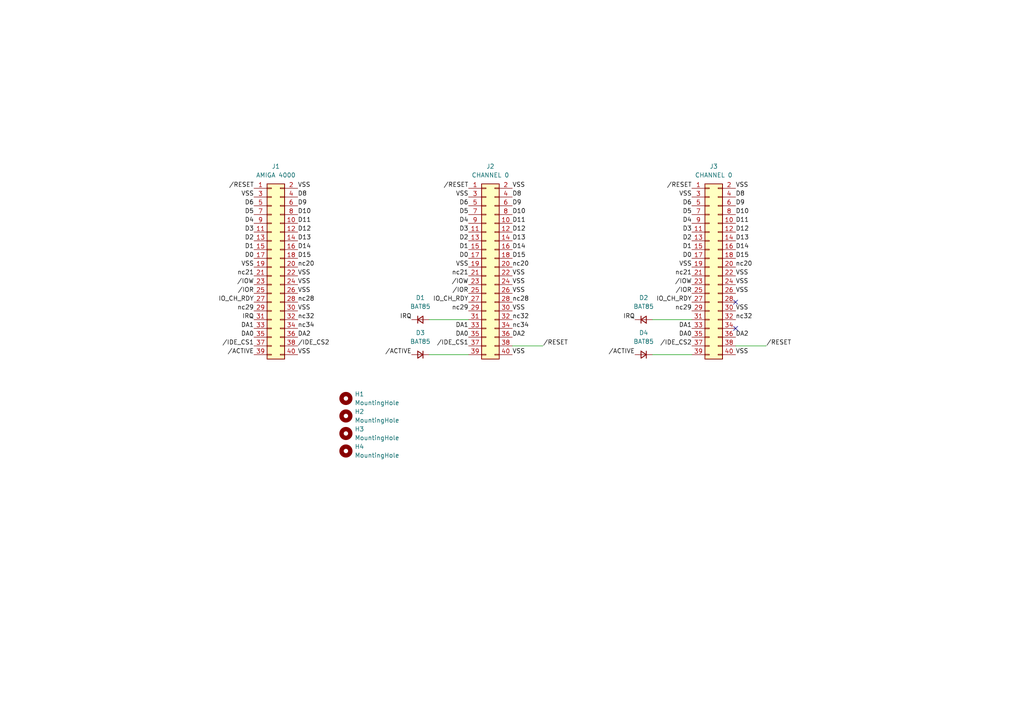
<source format=kicad_sch>
(kicad_sch
	(version 20231120)
	(generator "eeschema")
	(generator_version "8.0")
	(uuid "7006c5f8-b634-4c21-91dd-fe56d5023dc6")
	(paper "A4")
	(lib_symbols
		(symbol "Connector_Generic:Conn_02x20_Odd_Even"
			(pin_names
				(offset 1.016) hide)
			(exclude_from_sim no)
			(in_bom yes)
			(on_board yes)
			(property "Reference" "J"
				(at 1.27 25.4 0)
				(effects
					(font
						(size 1.27 1.27)
					)
				)
			)
			(property "Value" "Conn_02x20_Odd_Even"
				(at 1.27 -27.94 0)
				(effects
					(font
						(size 1.27 1.27)
					)
				)
			)
			(property "Footprint" ""
				(at 0 0 0)
				(effects
					(font
						(size 1.27 1.27)
					)
					(hide yes)
				)
			)
			(property "Datasheet" "~"
				(at 0 0 0)
				(effects
					(font
						(size 1.27 1.27)
					)
					(hide yes)
				)
			)
			(property "Description" "Generic connector, double row, 02x20, odd/even pin numbering scheme (row 1 odd numbers, row 2 even numbers), script generated (kicad-library-utils/schlib/autogen/connector/)"
				(at 0 0 0)
				(effects
					(font
						(size 1.27 1.27)
					)
					(hide yes)
				)
			)
			(property "ki_keywords" "connector"
				(at 0 0 0)
				(effects
					(font
						(size 1.27 1.27)
					)
					(hide yes)
				)
			)
			(property "ki_fp_filters" "Connector*:*_2x??_*"
				(at 0 0 0)
				(effects
					(font
						(size 1.27 1.27)
					)
					(hide yes)
				)
			)
			(symbol "Conn_02x20_Odd_Even_1_1"
				(rectangle
					(start -1.27 -25.273)
					(end 0 -25.527)
					(stroke
						(width 0.1524)
						(type default)
					)
					(fill
						(type none)
					)
				)
				(rectangle
					(start -1.27 -22.733)
					(end 0 -22.987)
					(stroke
						(width 0.1524)
						(type default)
					)
					(fill
						(type none)
					)
				)
				(rectangle
					(start -1.27 -20.193)
					(end 0 -20.447)
					(stroke
						(width 0.1524)
						(type default)
					)
					(fill
						(type none)
					)
				)
				(rectangle
					(start -1.27 -17.653)
					(end 0 -17.907)
					(stroke
						(width 0.1524)
						(type default)
					)
					(fill
						(type none)
					)
				)
				(rectangle
					(start -1.27 -15.113)
					(end 0 -15.367)
					(stroke
						(width 0.1524)
						(type default)
					)
					(fill
						(type none)
					)
				)
				(rectangle
					(start -1.27 -12.573)
					(end 0 -12.827)
					(stroke
						(width 0.1524)
						(type default)
					)
					(fill
						(type none)
					)
				)
				(rectangle
					(start -1.27 -10.033)
					(end 0 -10.287)
					(stroke
						(width 0.1524)
						(type default)
					)
					(fill
						(type none)
					)
				)
				(rectangle
					(start -1.27 -7.493)
					(end 0 -7.747)
					(stroke
						(width 0.1524)
						(type default)
					)
					(fill
						(type none)
					)
				)
				(rectangle
					(start -1.27 -4.953)
					(end 0 -5.207)
					(stroke
						(width 0.1524)
						(type default)
					)
					(fill
						(type none)
					)
				)
				(rectangle
					(start -1.27 -2.413)
					(end 0 -2.667)
					(stroke
						(width 0.1524)
						(type default)
					)
					(fill
						(type none)
					)
				)
				(rectangle
					(start -1.27 0.127)
					(end 0 -0.127)
					(stroke
						(width 0.1524)
						(type default)
					)
					(fill
						(type none)
					)
				)
				(rectangle
					(start -1.27 2.667)
					(end 0 2.413)
					(stroke
						(width 0.1524)
						(type default)
					)
					(fill
						(type none)
					)
				)
				(rectangle
					(start -1.27 5.207)
					(end 0 4.953)
					(stroke
						(width 0.1524)
						(type default)
					)
					(fill
						(type none)
					)
				)
				(rectangle
					(start -1.27 7.747)
					(end 0 7.493)
					(stroke
						(width 0.1524)
						(type default)
					)
					(fill
						(type none)
					)
				)
				(rectangle
					(start -1.27 10.287)
					(end 0 10.033)
					(stroke
						(width 0.1524)
						(type default)
					)
					(fill
						(type none)
					)
				)
				(rectangle
					(start -1.27 12.827)
					(end 0 12.573)
					(stroke
						(width 0.1524)
						(type default)
					)
					(fill
						(type none)
					)
				)
				(rectangle
					(start -1.27 15.367)
					(end 0 15.113)
					(stroke
						(width 0.1524)
						(type default)
					)
					(fill
						(type none)
					)
				)
				(rectangle
					(start -1.27 17.907)
					(end 0 17.653)
					(stroke
						(width 0.1524)
						(type default)
					)
					(fill
						(type none)
					)
				)
				(rectangle
					(start -1.27 20.447)
					(end 0 20.193)
					(stroke
						(width 0.1524)
						(type default)
					)
					(fill
						(type none)
					)
				)
				(rectangle
					(start -1.27 22.987)
					(end 0 22.733)
					(stroke
						(width 0.1524)
						(type default)
					)
					(fill
						(type none)
					)
				)
				(rectangle
					(start -1.27 24.13)
					(end 3.81 -26.67)
					(stroke
						(width 0.254)
						(type default)
					)
					(fill
						(type background)
					)
				)
				(rectangle
					(start 3.81 -25.273)
					(end 2.54 -25.527)
					(stroke
						(width 0.1524)
						(type default)
					)
					(fill
						(type none)
					)
				)
				(rectangle
					(start 3.81 -22.733)
					(end 2.54 -22.987)
					(stroke
						(width 0.1524)
						(type default)
					)
					(fill
						(type none)
					)
				)
				(rectangle
					(start 3.81 -20.193)
					(end 2.54 -20.447)
					(stroke
						(width 0.1524)
						(type default)
					)
					(fill
						(type none)
					)
				)
				(rectangle
					(start 3.81 -17.653)
					(end 2.54 -17.907)
					(stroke
						(width 0.1524)
						(type default)
					)
					(fill
						(type none)
					)
				)
				(rectangle
					(start 3.81 -15.113)
					(end 2.54 -15.367)
					(stroke
						(width 0.1524)
						(type default)
					)
					(fill
						(type none)
					)
				)
				(rectangle
					(start 3.81 -12.573)
					(end 2.54 -12.827)
					(stroke
						(width 0.1524)
						(type default)
					)
					(fill
						(type none)
					)
				)
				(rectangle
					(start 3.81 -10.033)
					(end 2.54 -10.287)
					(stroke
						(width 0.1524)
						(type default)
					)
					(fill
						(type none)
					)
				)
				(rectangle
					(start 3.81 -7.493)
					(end 2.54 -7.747)
					(stroke
						(width 0.1524)
						(type default)
					)
					(fill
						(type none)
					)
				)
				(rectangle
					(start 3.81 -4.953)
					(end 2.54 -5.207)
					(stroke
						(width 0.1524)
						(type default)
					)
					(fill
						(type none)
					)
				)
				(rectangle
					(start 3.81 -2.413)
					(end 2.54 -2.667)
					(stroke
						(width 0.1524)
						(type default)
					)
					(fill
						(type none)
					)
				)
				(rectangle
					(start 3.81 0.127)
					(end 2.54 -0.127)
					(stroke
						(width 0.1524)
						(type default)
					)
					(fill
						(type none)
					)
				)
				(rectangle
					(start 3.81 2.667)
					(end 2.54 2.413)
					(stroke
						(width 0.1524)
						(type default)
					)
					(fill
						(type none)
					)
				)
				(rectangle
					(start 3.81 5.207)
					(end 2.54 4.953)
					(stroke
						(width 0.1524)
						(type default)
					)
					(fill
						(type none)
					)
				)
				(rectangle
					(start 3.81 7.747)
					(end 2.54 7.493)
					(stroke
						(width 0.1524)
						(type default)
					)
					(fill
						(type none)
					)
				)
				(rectangle
					(start 3.81 10.287)
					(end 2.54 10.033)
					(stroke
						(width 0.1524)
						(type default)
					)
					(fill
						(type none)
					)
				)
				(rectangle
					(start 3.81 12.827)
					(end 2.54 12.573)
					(stroke
						(width 0.1524)
						(type default)
					)
					(fill
						(type none)
					)
				)
				(rectangle
					(start 3.81 15.367)
					(end 2.54 15.113)
					(stroke
						(width 0.1524)
						(type default)
					)
					(fill
						(type none)
					)
				)
				(rectangle
					(start 3.81 17.907)
					(end 2.54 17.653)
					(stroke
						(width 0.1524)
						(type default)
					)
					(fill
						(type none)
					)
				)
				(rectangle
					(start 3.81 20.447)
					(end 2.54 20.193)
					(stroke
						(width 0.1524)
						(type default)
					)
					(fill
						(type none)
					)
				)
				(rectangle
					(start 3.81 22.987)
					(end 2.54 22.733)
					(stroke
						(width 0.1524)
						(type default)
					)
					(fill
						(type none)
					)
				)
				(pin passive line
					(at -5.08 22.86 0)
					(length 3.81)
					(name "Pin_1"
						(effects
							(font
								(size 1.27 1.27)
							)
						)
					)
					(number "1"
						(effects
							(font
								(size 1.27 1.27)
							)
						)
					)
				)
				(pin passive line
					(at 7.62 12.7 180)
					(length 3.81)
					(name "Pin_10"
						(effects
							(font
								(size 1.27 1.27)
							)
						)
					)
					(number "10"
						(effects
							(font
								(size 1.27 1.27)
							)
						)
					)
				)
				(pin passive line
					(at -5.08 10.16 0)
					(length 3.81)
					(name "Pin_11"
						(effects
							(font
								(size 1.27 1.27)
							)
						)
					)
					(number "11"
						(effects
							(font
								(size 1.27 1.27)
							)
						)
					)
				)
				(pin passive line
					(at 7.62 10.16 180)
					(length 3.81)
					(name "Pin_12"
						(effects
							(font
								(size 1.27 1.27)
							)
						)
					)
					(number "12"
						(effects
							(font
								(size 1.27 1.27)
							)
						)
					)
				)
				(pin passive line
					(at -5.08 7.62 0)
					(length 3.81)
					(name "Pin_13"
						(effects
							(font
								(size 1.27 1.27)
							)
						)
					)
					(number "13"
						(effects
							(font
								(size 1.27 1.27)
							)
						)
					)
				)
				(pin passive line
					(at 7.62 7.62 180)
					(length 3.81)
					(name "Pin_14"
						(effects
							(font
								(size 1.27 1.27)
							)
						)
					)
					(number "14"
						(effects
							(font
								(size 1.27 1.27)
							)
						)
					)
				)
				(pin passive line
					(at -5.08 5.08 0)
					(length 3.81)
					(name "Pin_15"
						(effects
							(font
								(size 1.27 1.27)
							)
						)
					)
					(number "15"
						(effects
							(font
								(size 1.27 1.27)
							)
						)
					)
				)
				(pin passive line
					(at 7.62 5.08 180)
					(length 3.81)
					(name "Pin_16"
						(effects
							(font
								(size 1.27 1.27)
							)
						)
					)
					(number "16"
						(effects
							(font
								(size 1.27 1.27)
							)
						)
					)
				)
				(pin passive line
					(at -5.08 2.54 0)
					(length 3.81)
					(name "Pin_17"
						(effects
							(font
								(size 1.27 1.27)
							)
						)
					)
					(number "17"
						(effects
							(font
								(size 1.27 1.27)
							)
						)
					)
				)
				(pin passive line
					(at 7.62 2.54 180)
					(length 3.81)
					(name "Pin_18"
						(effects
							(font
								(size 1.27 1.27)
							)
						)
					)
					(number "18"
						(effects
							(font
								(size 1.27 1.27)
							)
						)
					)
				)
				(pin passive line
					(at -5.08 0 0)
					(length 3.81)
					(name "Pin_19"
						(effects
							(font
								(size 1.27 1.27)
							)
						)
					)
					(number "19"
						(effects
							(font
								(size 1.27 1.27)
							)
						)
					)
				)
				(pin passive line
					(at 7.62 22.86 180)
					(length 3.81)
					(name "Pin_2"
						(effects
							(font
								(size 1.27 1.27)
							)
						)
					)
					(number "2"
						(effects
							(font
								(size 1.27 1.27)
							)
						)
					)
				)
				(pin passive line
					(at 7.62 0 180)
					(length 3.81)
					(name "Pin_20"
						(effects
							(font
								(size 1.27 1.27)
							)
						)
					)
					(number "20"
						(effects
							(font
								(size 1.27 1.27)
							)
						)
					)
				)
				(pin passive line
					(at -5.08 -2.54 0)
					(length 3.81)
					(name "Pin_21"
						(effects
							(font
								(size 1.27 1.27)
							)
						)
					)
					(number "21"
						(effects
							(font
								(size 1.27 1.27)
							)
						)
					)
				)
				(pin passive line
					(at 7.62 -2.54 180)
					(length 3.81)
					(name "Pin_22"
						(effects
							(font
								(size 1.27 1.27)
							)
						)
					)
					(number "22"
						(effects
							(font
								(size 1.27 1.27)
							)
						)
					)
				)
				(pin passive line
					(at -5.08 -5.08 0)
					(length 3.81)
					(name "Pin_23"
						(effects
							(font
								(size 1.27 1.27)
							)
						)
					)
					(number "23"
						(effects
							(font
								(size 1.27 1.27)
							)
						)
					)
				)
				(pin passive line
					(at 7.62 -5.08 180)
					(length 3.81)
					(name "Pin_24"
						(effects
							(font
								(size 1.27 1.27)
							)
						)
					)
					(number "24"
						(effects
							(font
								(size 1.27 1.27)
							)
						)
					)
				)
				(pin passive line
					(at -5.08 -7.62 0)
					(length 3.81)
					(name "Pin_25"
						(effects
							(font
								(size 1.27 1.27)
							)
						)
					)
					(number "25"
						(effects
							(font
								(size 1.27 1.27)
							)
						)
					)
				)
				(pin passive line
					(at 7.62 -7.62 180)
					(length 3.81)
					(name "Pin_26"
						(effects
							(font
								(size 1.27 1.27)
							)
						)
					)
					(number "26"
						(effects
							(font
								(size 1.27 1.27)
							)
						)
					)
				)
				(pin passive line
					(at -5.08 -10.16 0)
					(length 3.81)
					(name "Pin_27"
						(effects
							(font
								(size 1.27 1.27)
							)
						)
					)
					(number "27"
						(effects
							(font
								(size 1.27 1.27)
							)
						)
					)
				)
				(pin passive line
					(at 7.62 -10.16 180)
					(length 3.81)
					(name "Pin_28"
						(effects
							(font
								(size 1.27 1.27)
							)
						)
					)
					(number "28"
						(effects
							(font
								(size 1.27 1.27)
							)
						)
					)
				)
				(pin passive line
					(at -5.08 -12.7 0)
					(length 3.81)
					(name "Pin_29"
						(effects
							(font
								(size 1.27 1.27)
							)
						)
					)
					(number "29"
						(effects
							(font
								(size 1.27 1.27)
							)
						)
					)
				)
				(pin passive line
					(at -5.08 20.32 0)
					(length 3.81)
					(name "Pin_3"
						(effects
							(font
								(size 1.27 1.27)
							)
						)
					)
					(number "3"
						(effects
							(font
								(size 1.27 1.27)
							)
						)
					)
				)
				(pin passive line
					(at 7.62 -12.7 180)
					(length 3.81)
					(name "Pin_30"
						(effects
							(font
								(size 1.27 1.27)
							)
						)
					)
					(number "30"
						(effects
							(font
								(size 1.27 1.27)
							)
						)
					)
				)
				(pin passive line
					(at -5.08 -15.24 0)
					(length 3.81)
					(name "Pin_31"
						(effects
							(font
								(size 1.27 1.27)
							)
						)
					)
					(number "31"
						(effects
							(font
								(size 1.27 1.27)
							)
						)
					)
				)
				(pin passive line
					(at 7.62 -15.24 180)
					(length 3.81)
					(name "Pin_32"
						(effects
							(font
								(size 1.27 1.27)
							)
						)
					)
					(number "32"
						(effects
							(font
								(size 1.27 1.27)
							)
						)
					)
				)
				(pin passive line
					(at -5.08 -17.78 0)
					(length 3.81)
					(name "Pin_33"
						(effects
							(font
								(size 1.27 1.27)
							)
						)
					)
					(number "33"
						(effects
							(font
								(size 1.27 1.27)
							)
						)
					)
				)
				(pin passive line
					(at 7.62 -17.78 180)
					(length 3.81)
					(name "Pin_34"
						(effects
							(font
								(size 1.27 1.27)
							)
						)
					)
					(number "34"
						(effects
							(font
								(size 1.27 1.27)
							)
						)
					)
				)
				(pin passive line
					(at -5.08 -20.32 0)
					(length 3.81)
					(name "Pin_35"
						(effects
							(font
								(size 1.27 1.27)
							)
						)
					)
					(number "35"
						(effects
							(font
								(size 1.27 1.27)
							)
						)
					)
				)
				(pin passive line
					(at 7.62 -20.32 180)
					(length 3.81)
					(name "Pin_36"
						(effects
							(font
								(size 1.27 1.27)
							)
						)
					)
					(number "36"
						(effects
							(font
								(size 1.27 1.27)
							)
						)
					)
				)
				(pin passive line
					(at -5.08 -22.86 0)
					(length 3.81)
					(name "Pin_37"
						(effects
							(font
								(size 1.27 1.27)
							)
						)
					)
					(number "37"
						(effects
							(font
								(size 1.27 1.27)
							)
						)
					)
				)
				(pin passive line
					(at 7.62 -22.86 180)
					(length 3.81)
					(name "Pin_38"
						(effects
							(font
								(size 1.27 1.27)
							)
						)
					)
					(number "38"
						(effects
							(font
								(size 1.27 1.27)
							)
						)
					)
				)
				(pin passive line
					(at -5.08 -25.4 0)
					(length 3.81)
					(name "Pin_39"
						(effects
							(font
								(size 1.27 1.27)
							)
						)
					)
					(number "39"
						(effects
							(font
								(size 1.27 1.27)
							)
						)
					)
				)
				(pin passive line
					(at 7.62 20.32 180)
					(length 3.81)
					(name "Pin_4"
						(effects
							(font
								(size 1.27 1.27)
							)
						)
					)
					(number "4"
						(effects
							(font
								(size 1.27 1.27)
							)
						)
					)
				)
				(pin passive line
					(at 7.62 -25.4 180)
					(length 3.81)
					(name "Pin_40"
						(effects
							(font
								(size 1.27 1.27)
							)
						)
					)
					(number "40"
						(effects
							(font
								(size 1.27 1.27)
							)
						)
					)
				)
				(pin passive line
					(at -5.08 17.78 0)
					(length 3.81)
					(name "Pin_5"
						(effects
							(font
								(size 1.27 1.27)
							)
						)
					)
					(number "5"
						(effects
							(font
								(size 1.27 1.27)
							)
						)
					)
				)
				(pin passive line
					(at 7.62 17.78 180)
					(length 3.81)
					(name "Pin_6"
						(effects
							(font
								(size 1.27 1.27)
							)
						)
					)
					(number "6"
						(effects
							(font
								(size 1.27 1.27)
							)
						)
					)
				)
				(pin passive line
					(at -5.08 15.24 0)
					(length 3.81)
					(name "Pin_7"
						(effects
							(font
								(size 1.27 1.27)
							)
						)
					)
					(number "7"
						(effects
							(font
								(size 1.27 1.27)
							)
						)
					)
				)
				(pin passive line
					(at 7.62 15.24 180)
					(length 3.81)
					(name "Pin_8"
						(effects
							(font
								(size 1.27 1.27)
							)
						)
					)
					(number "8"
						(effects
							(font
								(size 1.27 1.27)
							)
						)
					)
				)
				(pin passive line
					(at -5.08 12.7 0)
					(length 3.81)
					(name "Pin_9"
						(effects
							(font
								(size 1.27 1.27)
							)
						)
					)
					(number "9"
						(effects
							(font
								(size 1.27 1.27)
							)
						)
					)
				)
			)
		)
		(symbol "Device:D_Small"
			(pin_numbers hide)
			(pin_names
				(offset 0.254) hide)
			(exclude_from_sim no)
			(in_bom yes)
			(on_board yes)
			(property "Reference" "D"
				(at -1.27 2.032 0)
				(effects
					(font
						(size 1.27 1.27)
					)
					(justify left)
				)
			)
			(property "Value" "D_Small"
				(at -3.81 -2.032 0)
				(effects
					(font
						(size 1.27 1.27)
					)
					(justify left)
				)
			)
			(property "Footprint" ""
				(at 0 0 90)
				(effects
					(font
						(size 1.27 1.27)
					)
					(hide yes)
				)
			)
			(property "Datasheet" "~"
				(at 0 0 90)
				(effects
					(font
						(size 1.27 1.27)
					)
					(hide yes)
				)
			)
			(property "Description" "Diode, small symbol"
				(at 0 0 0)
				(effects
					(font
						(size 1.27 1.27)
					)
					(hide yes)
				)
			)
			(property "Sim.Device" "D"
				(at 0 0 0)
				(effects
					(font
						(size 1.27 1.27)
					)
					(hide yes)
				)
			)
			(property "Sim.Pins" "1=K 2=A"
				(at 0 0 0)
				(effects
					(font
						(size 1.27 1.27)
					)
					(hide yes)
				)
			)
			(property "ki_keywords" "diode"
				(at 0 0 0)
				(effects
					(font
						(size 1.27 1.27)
					)
					(hide yes)
				)
			)
			(property "ki_fp_filters" "TO-???* *_Diode_* *SingleDiode* D_*"
				(at 0 0 0)
				(effects
					(font
						(size 1.27 1.27)
					)
					(hide yes)
				)
			)
			(symbol "D_Small_0_1"
				(polyline
					(pts
						(xy -0.762 -1.016) (xy -0.762 1.016)
					)
					(stroke
						(width 0.254)
						(type default)
					)
					(fill
						(type none)
					)
				)
				(polyline
					(pts
						(xy -0.762 0) (xy 0.762 0)
					)
					(stroke
						(width 0)
						(type default)
					)
					(fill
						(type none)
					)
				)
				(polyline
					(pts
						(xy 0.762 -1.016) (xy -0.762 0) (xy 0.762 1.016) (xy 0.762 -1.016)
					)
					(stroke
						(width 0.254)
						(type default)
					)
					(fill
						(type none)
					)
				)
			)
			(symbol "D_Small_1_1"
				(pin passive line
					(at -2.54 0 0)
					(length 1.778)
					(name "K"
						(effects
							(font
								(size 1.27 1.27)
							)
						)
					)
					(number "1"
						(effects
							(font
								(size 1.27 1.27)
							)
						)
					)
				)
				(pin passive line
					(at 2.54 0 180)
					(length 1.778)
					(name "A"
						(effects
							(font
								(size 1.27 1.27)
							)
						)
					)
					(number "2"
						(effects
							(font
								(size 1.27 1.27)
							)
						)
					)
				)
			)
		)
		(symbol "Mechanical:MountingHole"
			(pin_names
				(offset 1.016)
			)
			(exclude_from_sim yes)
			(in_bom no)
			(on_board yes)
			(property "Reference" "H"
				(at 0 5.08 0)
				(effects
					(font
						(size 1.27 1.27)
					)
				)
			)
			(property "Value" "MountingHole"
				(at 0 3.175 0)
				(effects
					(font
						(size 1.27 1.27)
					)
				)
			)
			(property "Footprint" ""
				(at 0 0 0)
				(effects
					(font
						(size 1.27 1.27)
					)
					(hide yes)
				)
			)
			(property "Datasheet" "~"
				(at 0 0 0)
				(effects
					(font
						(size 1.27 1.27)
					)
					(hide yes)
				)
			)
			(property "Description" "Mounting Hole without connection"
				(at 0 0 0)
				(effects
					(font
						(size 1.27 1.27)
					)
					(hide yes)
				)
			)
			(property "ki_keywords" "mounting hole"
				(at 0 0 0)
				(effects
					(font
						(size 1.27 1.27)
					)
					(hide yes)
				)
			)
			(property "ki_fp_filters" "MountingHole*"
				(at 0 0 0)
				(effects
					(font
						(size 1.27 1.27)
					)
					(hide yes)
				)
			)
			(symbol "MountingHole_0_1"
				(circle
					(center 0 0)
					(radius 1.27)
					(stroke
						(width 1.27)
						(type default)
					)
					(fill
						(type none)
					)
				)
			)
		)
	)
	(no_connect
		(at 213.36 95.25)
		(uuid "cca27357-7ba9-49bc-a679-9a47204054d5")
	)
	(no_connect
		(at 213.36 87.63)
		(uuid "d74f9fe0-d0c4-4362-a386-e455ba775c87")
	)
	(wire
		(pts
			(xy 124.46 92.71) (xy 135.89 92.71)
		)
		(stroke
			(width 0)
			(type default)
		)
		(uuid "5226827f-639a-4a3f-bf2d-eb881c35a900")
	)
	(wire
		(pts
			(xy 124.46 102.87) (xy 135.89 102.87)
		)
		(stroke
			(width 0)
			(type default)
		)
		(uuid "58e518dd-bc1f-4ae4-bd81-019905d53a33")
	)
	(wire
		(pts
			(xy 189.23 102.87) (xy 200.66 102.87)
		)
		(stroke
			(width 0)
			(type default)
		)
		(uuid "74024230-2831-48a5-9f24-29521a421767")
	)
	(wire
		(pts
			(xy 222.25 100.33) (xy 213.36 100.33)
		)
		(stroke
			(width 0)
			(type default)
		)
		(uuid "8070c0cf-89be-43ee-bdf3-8fe8ec7ab78f")
	)
	(wire
		(pts
			(xy 189.23 92.71) (xy 200.66 92.71)
		)
		(stroke
			(width 0)
			(type default)
		)
		(uuid "88735261-a99d-4a1a-9a84-2c231576466d")
	)
	(wire
		(pts
			(xy 148.59 100.33) (xy 157.48 100.33)
		)
		(stroke
			(width 0)
			(type default)
		)
		(uuid "e3c64dc9-86ef-49b7-8990-3cbef74b6c19")
	)
	(label "DA1"
		(at 200.66 95.25 180)
		(fields_autoplaced yes)
		(effects
			(font
				(size 1.27 1.27)
			)
			(justify right bottom)
		)
		(uuid "012fdc29-78ad-4334-9157-97957dd0f527")
	)
	(label "D11"
		(at 148.59 64.77 0)
		(fields_autoplaced yes)
		(effects
			(font
				(size 1.27 1.27)
			)
			(justify left bottom)
		)
		(uuid "042912c9-1f61-48e1-93da-21ad38948cfa")
	)
	(label "nc29"
		(at 200.66 90.17 180)
		(fields_autoplaced yes)
		(effects
			(font
				(size 1.27 1.27)
			)
			(justify right bottom)
		)
		(uuid "07a3b173-56dd-4af3-ab99-0448b0b240eb")
	)
	(label "D13"
		(at 213.36 69.85 0)
		(fields_autoplaced yes)
		(effects
			(font
				(size 1.27 1.27)
			)
			(justify left bottom)
		)
		(uuid "0a5f27d2-adff-4764-b366-2100144687a9")
	)
	(label "{slash}IOR"
		(at 135.89 85.09 180)
		(fields_autoplaced yes)
		(effects
			(font
				(size 1.27 1.27)
			)
			(justify right bottom)
		)
		(uuid "11ea8862-5cd2-4aa4-9c64-9e1b3b1bc6a5")
	)
	(label "D1"
		(at 135.89 72.39 180)
		(fields_autoplaced yes)
		(effects
			(font
				(size 1.27 1.27)
			)
			(justify right bottom)
		)
		(uuid "121e7ada-4b9f-4e41-9dc7-79768f9497b3")
	)
	(label "D3"
		(at 73.66 67.31 180)
		(fields_autoplaced yes)
		(effects
			(font
				(size 1.27 1.27)
			)
			(justify right bottom)
		)
		(uuid "15542591-4a3e-41bf-93e0-d009581225bf")
	)
	(label "nc34"
		(at 86.36 95.25 0)
		(fields_autoplaced yes)
		(effects
			(font
				(size 1.27 1.27)
			)
			(justify left bottom)
		)
		(uuid "16f66462-9182-45b0-b483-560f42a71db7")
	)
	(label "VSS"
		(at 148.59 54.61 0)
		(fields_autoplaced yes)
		(effects
			(font
				(size 1.27 1.27)
			)
			(justify left bottom)
		)
		(uuid "188dd980-0765-444b-ab07-ee9ef7b9e20d")
	)
	(label "D4"
		(at 73.66 64.77 180)
		(fields_autoplaced yes)
		(effects
			(font
				(size 1.27 1.27)
			)
			(justify right bottom)
		)
		(uuid "1a3c3877-772f-40ef-8c71-d2b5af933d16")
	)
	(label "{slash}RESET"
		(at 73.66 54.61 180)
		(fields_autoplaced yes)
		(effects
			(font
				(size 1.27 1.27)
			)
			(justify right bottom)
		)
		(uuid "20cb2030-5242-4add-b523-5f3c7c50750d")
	)
	(label "IRQ"
		(at 73.66 92.71 180)
		(fields_autoplaced yes)
		(effects
			(font
				(size 1.27 1.27)
			)
			(justify right bottom)
		)
		(uuid "23e00ac1-cd00-453d-a3bc-624ab26ec289")
	)
	(label "{slash}ACTIVE"
		(at 73.66 102.87 180)
		(fields_autoplaced yes)
		(effects
			(font
				(size 1.27 1.27)
			)
			(justify right bottom)
		)
		(uuid "246da912-a326-445e-9dca-6c9687104a1a")
	)
	(label "DA2"
		(at 213.36 97.79 0)
		(fields_autoplaced yes)
		(effects
			(font
				(size 1.27 1.27)
			)
			(justify left bottom)
		)
		(uuid "24836df1-fd09-4625-b247-be738aa41e89")
	)
	(label "DA1"
		(at 73.66 95.25 180)
		(fields_autoplaced yes)
		(effects
			(font
				(size 1.27 1.27)
			)
			(justify right bottom)
		)
		(uuid "26f5b98f-8178-4286-a1be-f012f4003479")
	)
	(label "VSS"
		(at 148.59 102.87 0)
		(fields_autoplaced yes)
		(effects
			(font
				(size 1.27 1.27)
			)
			(justify left bottom)
		)
		(uuid "27c8fad4-5327-44db-82f9-c1c188651d48")
	)
	(label "{slash}IDE_CS2"
		(at 200.66 100.33 180)
		(fields_autoplaced yes)
		(effects
			(font
				(size 1.27 1.27)
			)
			(justify right bottom)
		)
		(uuid "27da66a4-3386-4e01-a6e1-9638dfa05328")
	)
	(label "IO_CH_RDY"
		(at 200.66 87.63 180)
		(fields_autoplaced yes)
		(effects
			(font
				(size 1.27 1.27)
			)
			(justify right bottom)
		)
		(uuid "2cb3f374-709b-4f55-bf84-626b032a75bf")
	)
	(label "D0"
		(at 73.66 74.93 180)
		(fields_autoplaced yes)
		(effects
			(font
				(size 1.27 1.27)
			)
			(justify right bottom)
		)
		(uuid "2e695e58-5c2e-4203-92e6-c3d52c90a66e")
	)
	(label "D0"
		(at 135.89 74.93 180)
		(fields_autoplaced yes)
		(effects
			(font
				(size 1.27 1.27)
			)
			(justify right bottom)
		)
		(uuid "2f3446c3-c607-4231-9665-f076e31acbb2")
	)
	(label "VSS"
		(at 73.66 57.15 180)
		(fields_autoplaced yes)
		(effects
			(font
				(size 1.27 1.27)
			)
			(justify right bottom)
		)
		(uuid "2fdb4f2e-da1a-4c33-afd2-b56020e2cf84")
	)
	(label "D11"
		(at 213.36 64.77 0)
		(fields_autoplaced yes)
		(effects
			(font
				(size 1.27 1.27)
			)
			(justify left bottom)
		)
		(uuid "328d5988-558c-4ebb-b452-3c27420e7e81")
	)
	(label "{slash}IOR"
		(at 200.66 85.09 180)
		(fields_autoplaced yes)
		(effects
			(font
				(size 1.27 1.27)
			)
			(justify right bottom)
		)
		(uuid "347481f8-e515-4cfa-8185-62df9cc4c8b3")
	)
	(label "nc29"
		(at 135.89 90.17 180)
		(fields_autoplaced yes)
		(effects
			(font
				(size 1.27 1.27)
			)
			(justify right bottom)
		)
		(uuid "35536c2d-864f-47ba-91c9-e9dabddc29b6")
	)
	(label "nc21"
		(at 200.66 80.01 180)
		(fields_autoplaced yes)
		(effects
			(font
				(size 1.27 1.27)
			)
			(justify right bottom)
		)
		(uuid "3676a585-94f6-4fd0-9b50-15619adc3d3f")
	)
	(label "D12"
		(at 148.59 67.31 0)
		(fields_autoplaced yes)
		(effects
			(font
				(size 1.27 1.27)
			)
			(justify left bottom)
		)
		(uuid "39514202-24cd-4fde-ba80-716c503a36a2")
	)
	(label "D14"
		(at 148.59 72.39 0)
		(fields_autoplaced yes)
		(effects
			(font
				(size 1.27 1.27)
			)
			(justify left bottom)
		)
		(uuid "3a8537d6-4855-4b64-955a-4a728a32023e")
	)
	(label "{slash}RESET"
		(at 157.48 100.33 0)
		(fields_autoplaced yes)
		(effects
			(font
				(size 1.27 1.27)
			)
			(justify left bottom)
		)
		(uuid "3c7038dc-e57d-4e18-8b76-65f9318b29ae")
	)
	(label "D13"
		(at 148.59 69.85 0)
		(fields_autoplaced yes)
		(effects
			(font
				(size 1.27 1.27)
			)
			(justify left bottom)
		)
		(uuid "3d9190d2-81ca-4be4-983f-49e3c2e3edb3")
	)
	(label "IO_CH_RDY"
		(at 73.66 87.63 180)
		(fields_autoplaced yes)
		(effects
			(font
				(size 1.27 1.27)
			)
			(justify right bottom)
		)
		(uuid "42972b16-c362-4229-ba30-460b6dc007bf")
	)
	(label "VSS"
		(at 86.36 80.01 0)
		(fields_autoplaced yes)
		(effects
			(font
				(size 1.27 1.27)
			)
			(justify left bottom)
		)
		(uuid "43b05805-1d07-40df-ad71-825b02c9a931")
	)
	(label "D5"
		(at 135.89 62.23 180)
		(fields_autoplaced yes)
		(effects
			(font
				(size 1.27 1.27)
			)
			(justify right bottom)
		)
		(uuid "45833c85-bc94-4a65-828f-e55e7d536f50")
	)
	(label "D12"
		(at 86.36 67.31 0)
		(fields_autoplaced yes)
		(effects
			(font
				(size 1.27 1.27)
			)
			(justify left bottom)
		)
		(uuid "462c19f7-2a73-4d96-a097-9b1deff6be95")
	)
	(label "VSS"
		(at 86.36 82.55 0)
		(fields_autoplaced yes)
		(effects
			(font
				(size 1.27 1.27)
			)
			(justify left bottom)
		)
		(uuid "46a92213-e580-4123-bfcd-59eba078af04")
	)
	(label "{slash}IOW"
		(at 73.66 82.55 180)
		(fields_autoplaced yes)
		(effects
			(font
				(size 1.27 1.27)
			)
			(justify right bottom)
		)
		(uuid "47e94d5a-c69b-4291-a107-2de0f79b3543")
	)
	(label "D14"
		(at 86.36 72.39 0)
		(fields_autoplaced yes)
		(effects
			(font
				(size 1.27 1.27)
			)
			(justify left bottom)
		)
		(uuid "4917642f-819c-46f3-bed1-d1e3ef6c35fb")
	)
	(label "VSS"
		(at 148.59 90.17 0)
		(fields_autoplaced yes)
		(effects
			(font
				(size 1.27 1.27)
			)
			(justify left bottom)
		)
		(uuid "4ac98770-b5d9-4ade-9eab-fefb22ac21bc")
	)
	(label "D2"
		(at 200.66 69.85 180)
		(fields_autoplaced yes)
		(effects
			(font
				(size 1.27 1.27)
			)
			(justify right bottom)
		)
		(uuid "4c8b7dd4-3fec-4cd0-995c-4d6bbedcbde0")
	)
	(label "VSS"
		(at 200.66 77.47 180)
		(fields_autoplaced yes)
		(effects
			(font
				(size 1.27 1.27)
			)
			(justify right bottom)
		)
		(uuid "4e0562fb-7ca8-472e-a891-c77e56fe7dfc")
	)
	(label "D0"
		(at 200.66 74.93 180)
		(fields_autoplaced yes)
		(effects
			(font
				(size 1.27 1.27)
			)
			(justify right bottom)
		)
		(uuid "529054cf-27b2-4294-9621-8b8cb6fbf0b8")
	)
	(label "nc32"
		(at 148.59 92.71 0)
		(fields_autoplaced yes)
		(effects
			(font
				(size 1.27 1.27)
			)
			(justify left bottom)
		)
		(uuid "52e3e051-1a87-4708-a45a-5bc86d800dbe")
	)
	(label "{slash}RESET"
		(at 135.89 54.61 180)
		(fields_autoplaced yes)
		(effects
			(font
				(size 1.27 1.27)
			)
			(justify right bottom)
		)
		(uuid "5378116e-d01c-459a-89a5-b2253083ec00")
	)
	(label "DA0"
		(at 135.89 97.79 180)
		(fields_autoplaced yes)
		(effects
			(font
				(size 1.27 1.27)
			)
			(justify right bottom)
		)
		(uuid "5428987f-542c-4604-b13a-1c2c0a29a6f9")
	)
	(label "D2"
		(at 73.66 69.85 180)
		(fields_autoplaced yes)
		(effects
			(font
				(size 1.27 1.27)
			)
			(justify right bottom)
		)
		(uuid "54f61f28-7bec-4fc5-b4dd-e24aef3a998f")
	)
	(label "D10"
		(at 148.59 62.23 0)
		(fields_autoplaced yes)
		(effects
			(font
				(size 1.27 1.27)
			)
			(justify left bottom)
		)
		(uuid "55af99d0-6db1-4718-bb9c-88e8b7730c17")
	)
	(label "nc20"
		(at 86.36 77.47 0)
		(fields_autoplaced yes)
		(effects
			(font
				(size 1.27 1.27)
			)
			(justify left bottom)
		)
		(uuid "55d1745f-4a22-4a8a-b8da-44be1916656f")
	)
	(label "D15"
		(at 148.59 74.93 0)
		(fields_autoplaced yes)
		(effects
			(font
				(size 1.27 1.27)
			)
			(justify left bottom)
		)
		(uuid "5d263954-3649-4aae-9764-fc6fa7d7bbd7")
	)
	(label "{slash}ACTIVE"
		(at 119.38 102.87 180)
		(fields_autoplaced yes)
		(effects
			(font
				(size 1.27 1.27)
			)
			(justify right bottom)
		)
		(uuid "61a61dc8-b1dd-4aa3-9a8a-817778e8c46e")
	)
	(label "DA1"
		(at 135.89 95.25 180)
		(fields_autoplaced yes)
		(effects
			(font
				(size 1.27 1.27)
			)
			(justify right bottom)
		)
		(uuid "62177817-6b22-48dd-9dc7-a6208cd1cc17")
	)
	(label "D9"
		(at 213.36 59.69 0)
		(fields_autoplaced yes)
		(effects
			(font
				(size 1.27 1.27)
			)
			(justify left bottom)
		)
		(uuid "62bb2138-4733-4f03-9a99-3e500706ca66")
	)
	(label "D12"
		(at 213.36 67.31 0)
		(fields_autoplaced yes)
		(effects
			(font
				(size 1.27 1.27)
			)
			(justify left bottom)
		)
		(uuid "63c2e86c-149d-4aca-aa85-ecd99139fb2d")
	)
	(label "D10"
		(at 213.36 62.23 0)
		(fields_autoplaced yes)
		(effects
			(font
				(size 1.27 1.27)
			)
			(justify left bottom)
		)
		(uuid "644d19b6-b73e-4e26-801f-dd0eb5da4ae5")
	)
	(label "D14"
		(at 213.36 72.39 0)
		(fields_autoplaced yes)
		(effects
			(font
				(size 1.27 1.27)
			)
			(justify left bottom)
		)
		(uuid "677001a3-8444-43ba-806b-d290d2124ca1")
	)
	(label "IO_CH_RDY"
		(at 135.89 87.63 180)
		(fields_autoplaced yes)
		(effects
			(font
				(size 1.27 1.27)
			)
			(justify right bottom)
		)
		(uuid "677e749c-37df-466d-8271-e56770d2f46c")
	)
	(label "D8"
		(at 86.36 57.15 0)
		(fields_autoplaced yes)
		(effects
			(font
				(size 1.27 1.27)
			)
			(justify left bottom)
		)
		(uuid "67ec119d-a31c-440a-bacc-87200f1c3c68")
	)
	(label "{slash}RESET"
		(at 222.25 100.33 0)
		(fields_autoplaced yes)
		(effects
			(font
				(size 1.27 1.27)
			)
			(justify left bottom)
		)
		(uuid "6b15415d-0dae-4de5-9f4b-90e40e832fd5")
	)
	(label "D15"
		(at 86.36 74.93 0)
		(fields_autoplaced yes)
		(effects
			(font
				(size 1.27 1.27)
			)
			(justify left bottom)
		)
		(uuid "6cd2b71d-e348-4c2a-90fa-5111dbf57fa7")
	)
	(label "D1"
		(at 200.66 72.39 180)
		(fields_autoplaced yes)
		(effects
			(font
				(size 1.27 1.27)
			)
			(justify right bottom)
		)
		(uuid "6dab2940-aaf2-4ffd-a453-9a92ee623122")
	)
	(label "{slash}IOW"
		(at 200.66 82.55 180)
		(fields_autoplaced yes)
		(effects
			(font
				(size 1.27 1.27)
			)
			(justify right bottom)
		)
		(uuid "6df86ad7-a639-474c-b483-4738bedc236d")
	)
	(label "VSS"
		(at 213.36 90.17 0)
		(fields_autoplaced yes)
		(effects
			(font
				(size 1.27 1.27)
			)
			(justify left bottom)
		)
		(uuid "6ef14cb9-5812-4896-bd12-b1186dbadf32")
	)
	(label "D15"
		(at 213.36 74.93 0)
		(fields_autoplaced yes)
		(effects
			(font
				(size 1.27 1.27)
			)
			(justify left bottom)
		)
		(uuid "727fd7e9-6ade-400a-89bd-64653ceea966")
	)
	(label "D9"
		(at 148.59 59.69 0)
		(fields_autoplaced yes)
		(effects
			(font
				(size 1.27 1.27)
			)
			(justify left bottom)
		)
		(uuid "72d4c6bc-2482-4e08-97dd-06ddbb9771b2")
	)
	(label "IRQ"
		(at 119.38 92.71 180)
		(fields_autoplaced yes)
		(effects
			(font
				(size 1.27 1.27)
			)
			(justify right bottom)
		)
		(uuid "73685d2f-2c08-4704-a514-1d415dcbb06d")
	)
	(label "nc34"
		(at 148.59 95.25 0)
		(fields_autoplaced yes)
		(effects
			(font
				(size 1.27 1.27)
			)
			(justify left bottom)
		)
		(uuid "748db9cc-e919-4eb3-8d8d-f909e8b6155e")
	)
	(label "nc20"
		(at 213.36 77.47 0)
		(fields_autoplaced yes)
		(effects
			(font
				(size 1.27 1.27)
			)
			(justify left bottom)
		)
		(uuid "7a8ecb42-5f55-49c5-a789-6b08c372047a")
	)
	(label "nc20"
		(at 148.59 77.47 0)
		(fields_autoplaced yes)
		(effects
			(font
				(size 1.27 1.27)
			)
			(justify left bottom)
		)
		(uuid "7dd6e635-b7a9-4554-b846-2e44d324da10")
	)
	(label "VSS"
		(at 86.36 54.61 0)
		(fields_autoplaced yes)
		(effects
			(font
				(size 1.27 1.27)
			)
			(justify left bottom)
		)
		(uuid "80848d49-8d9f-43d8-9658-b19542486be7")
	)
	(label "VSS"
		(at 148.59 80.01 0)
		(fields_autoplaced yes)
		(effects
			(font
				(size 1.27 1.27)
			)
			(justify left bottom)
		)
		(uuid "87142fee-dc11-48ac-acc6-417d5f7cef2b")
	)
	(label "D10"
		(at 86.36 62.23 0)
		(fields_autoplaced yes)
		(effects
			(font
				(size 1.27 1.27)
			)
			(justify left bottom)
		)
		(uuid "895dcd02-9ebc-4d21-8664-7ce95d3f3454")
	)
	(label "VSS"
		(at 86.36 85.09 0)
		(fields_autoplaced yes)
		(effects
			(font
				(size 1.27 1.27)
			)
			(justify left bottom)
		)
		(uuid "8b50f335-a58c-48b7-b57e-2b5306db8791")
	)
	(label "nc21"
		(at 73.66 80.01 180)
		(fields_autoplaced yes)
		(effects
			(font
				(size 1.27 1.27)
			)
			(justify right bottom)
		)
		(uuid "8ce4bad4-816c-437d-ae60-f7d14dba1b6f")
	)
	(label "IRQ"
		(at 184.15 92.71 180)
		(fields_autoplaced yes)
		(effects
			(font
				(size 1.27 1.27)
			)
			(justify right bottom)
		)
		(uuid "8ec6d991-9d03-47fb-a748-6482d3c4593c")
	)
	(label "D4"
		(at 135.89 64.77 180)
		(fields_autoplaced yes)
		(effects
			(font
				(size 1.27 1.27)
			)
			(justify right bottom)
		)
		(uuid "9108861b-55be-478d-8f87-9c8f2e05dc8a")
	)
	(label "VSS"
		(at 86.36 102.87 0)
		(fields_autoplaced yes)
		(effects
			(font
				(size 1.27 1.27)
			)
			(justify left bottom)
		)
		(uuid "91e173fc-03f3-47dd-979c-4a800b8bb5b2")
	)
	(label "VSS"
		(at 73.66 77.47 180)
		(fields_autoplaced yes)
		(effects
			(font
				(size 1.27 1.27)
			)
			(justify right bottom)
		)
		(uuid "9252d205-d0b1-40a5-9b16-d1bc6dfe5973")
	)
	(label "D6"
		(at 200.66 59.69 180)
		(fields_autoplaced yes)
		(effects
			(font
				(size 1.27 1.27)
			)
			(justify right bottom)
		)
		(uuid "944e6ccf-1fb8-44c4-bd3f-a68d3403cd4a")
	)
	(label "D6"
		(at 135.89 59.69 180)
		(fields_autoplaced yes)
		(effects
			(font
				(size 1.27 1.27)
			)
			(justify right bottom)
		)
		(uuid "94940f79-93e6-4540-9c68-f8ab56aad122")
	)
	(label "{slash}IDE_CS1"
		(at 73.66 100.33 180)
		(fields_autoplaced yes)
		(effects
			(font
				(size 1.27 1.27)
			)
			(justify right bottom)
		)
		(uuid "988a58ed-5e10-4378-bc1a-ab51b46167d1")
	)
	(label "D13"
		(at 86.36 69.85 0)
		(fields_autoplaced yes)
		(effects
			(font
				(size 1.27 1.27)
			)
			(justify left bottom)
		)
		(uuid "99174538-9090-46d2-af0f-2d66edcd927f")
	)
	(label "D8"
		(at 148.59 57.15 0)
		(fields_autoplaced yes)
		(effects
			(font
				(size 1.27 1.27)
			)
			(justify left bottom)
		)
		(uuid "998fe8ff-88a3-4466-a706-7f7d4a5e06bd")
	)
	(label "D2"
		(at 135.89 69.85 180)
		(fields_autoplaced yes)
		(effects
			(font
				(size 1.27 1.27)
			)
			(justify right bottom)
		)
		(uuid "a11eb5c5-7b04-48d6-b8f7-59d93cd62f7e")
	)
	(label "D8"
		(at 213.36 57.15 0)
		(fields_autoplaced yes)
		(effects
			(font
				(size 1.27 1.27)
			)
			(justify left bottom)
		)
		(uuid "a54f9505-3e91-45b2-a2ba-9dc0bcdfe949")
	)
	(label "D9"
		(at 86.36 59.69 0)
		(fields_autoplaced yes)
		(effects
			(font
				(size 1.27 1.27)
			)
			(justify left bottom)
		)
		(uuid "a57be81f-986d-49d8-bbea-5794646a688e")
	)
	(label "{slash}IOR"
		(at 73.66 85.09 180)
		(fields_autoplaced yes)
		(effects
			(font
				(size 1.27 1.27)
			)
			(justify right bottom)
		)
		(uuid "a73e4c39-79bb-4c65-b2e6-3311ee0109f0")
	)
	(label "VSS"
		(at 213.36 102.87 0)
		(fields_autoplaced yes)
		(effects
			(font
				(size 1.27 1.27)
			)
			(justify left bottom)
		)
		(uuid "a8271cde-0ee3-4b63-a561-a692be906a62")
	)
	(label "{slash}ACTIVE"
		(at 184.15 102.87 180)
		(fields_autoplaced yes)
		(effects
			(font
				(size 1.27 1.27)
			)
			(justify right bottom)
		)
		(uuid "aa32dd6b-2107-4c33-920f-82d511da6220")
	)
	(label "D5"
		(at 200.66 62.23 180)
		(fields_autoplaced yes)
		(effects
			(font
				(size 1.27 1.27)
			)
			(justify right bottom)
		)
		(uuid "ab89157b-47f2-4fb9-a505-ad981981899e")
	)
	(label "VSS"
		(at 213.36 80.01 0)
		(fields_autoplaced yes)
		(effects
			(font
				(size 1.27 1.27)
			)
			(justify left bottom)
		)
		(uuid "b0721c2d-e7c6-4f6d-8f63-b186fd13756c")
	)
	(label "D1"
		(at 73.66 72.39 180)
		(fields_autoplaced yes)
		(effects
			(font
				(size 1.27 1.27)
			)
			(justify right bottom)
		)
		(uuid "b18daa2c-515e-4744-ad81-759a09f28073")
	)
	(label "D5"
		(at 73.66 62.23 180)
		(fields_autoplaced yes)
		(effects
			(font
				(size 1.27 1.27)
			)
			(justify right bottom)
		)
		(uuid "b53806ae-157d-46ca-907a-98613f19aedd")
	)
	(label "nc28"
		(at 86.36 87.63 0)
		(fields_autoplaced yes)
		(effects
			(font
				(size 1.27 1.27)
			)
			(justify left bottom)
		)
		(uuid "b7a27376-90d2-4dd0-89fd-1ee655183420")
	)
	(label "D4"
		(at 200.66 64.77 180)
		(fields_autoplaced yes)
		(effects
			(font
				(size 1.27 1.27)
			)
			(justify right bottom)
		)
		(uuid "b88c7a38-2f26-4085-b1c0-cf17cbfa27a8")
	)
	(label "VSS"
		(at 213.36 85.09 0)
		(fields_autoplaced yes)
		(effects
			(font
				(size 1.27 1.27)
			)
			(justify left bottom)
		)
		(uuid "bbc9ecbe-e319-4ddb-866b-725531aceef2")
	)
	(label "{slash}IOW"
		(at 135.89 82.55 180)
		(fields_autoplaced yes)
		(effects
			(font
				(size 1.27 1.27)
			)
			(justify right bottom)
		)
		(uuid "bc97cb14-5e8d-4627-8348-4014b2716166")
	)
	(label "nc28"
		(at 148.59 87.63 0)
		(fields_autoplaced yes)
		(effects
			(font
				(size 1.27 1.27)
			)
			(justify left bottom)
		)
		(uuid "c24d49b0-3663-472b-b48c-419258b73ce6")
	)
	(label "nc21"
		(at 135.89 80.01 180)
		(fields_autoplaced yes)
		(effects
			(font
				(size 1.27 1.27)
			)
			(justify right bottom)
		)
		(uuid "c2e61611-4789-4029-90f7-ea981cadc966")
	)
	(label "VSS"
		(at 135.89 57.15 180)
		(fields_autoplaced yes)
		(effects
			(font
				(size 1.27 1.27)
			)
			(justify right bottom)
		)
		(uuid "c4129117-ef9a-48b0-96cc-ddd40ba0e1fb")
	)
	(label "{slash}IDE_CS1"
		(at 135.89 100.33 180)
		(fields_autoplaced yes)
		(effects
			(font
				(size 1.27 1.27)
			)
			(justify right bottom)
		)
		(uuid "c53fb758-c805-4229-8c01-85426b14a485")
	)
	(label "VSS"
		(at 135.89 77.47 180)
		(fields_autoplaced yes)
		(effects
			(font
				(size 1.27 1.27)
			)
			(justify right bottom)
		)
		(uuid "c5e62088-a30e-4887-8933-57d79c97a3de")
	)
	(label "D3"
		(at 200.66 67.31 180)
		(fields_autoplaced yes)
		(effects
			(font
				(size 1.27 1.27)
			)
			(justify right bottom)
		)
		(uuid "c8247d8b-71d2-499b-a8b1-b266e520ce55")
	)
	(label "{slash}IDE_CS2"
		(at 86.36 100.33 0)
		(fields_autoplaced yes)
		(effects
			(font
				(size 1.27 1.27)
			)
			(justify left bottom)
		)
		(uuid "cbd4e5df-3feb-4a02-9167-93d694f8f852")
	)
	(label "VSS"
		(at 213.36 82.55 0)
		(fields_autoplaced yes)
		(effects
			(font
				(size 1.27 1.27)
			)
			(justify left bottom)
		)
		(uuid "d498ba21-c59c-483a-9029-5e459877836f")
	)
	(label "DA2"
		(at 86.36 97.79 0)
		(fields_autoplaced yes)
		(effects
			(font
				(size 1.27 1.27)
			)
			(justify left bottom)
		)
		(uuid "d6f91590-4c86-4c9a-8a02-2f33dadedb71")
	)
	(label "VSS"
		(at 200.66 57.15 180)
		(fields_autoplaced yes)
		(effects
			(font
				(size 1.27 1.27)
			)
			(justify right bottom)
		)
		(uuid "dd30d574-6e7c-4868-9f0b-dfa6c2497825")
	)
	(label "D6"
		(at 73.66 59.69 180)
		(fields_autoplaced yes)
		(effects
			(font
				(size 1.27 1.27)
			)
			(justify right bottom)
		)
		(uuid "de33ba9f-39ce-4ba4-bf79-dba174061484")
	)
	(label "DA2"
		(at 148.59 97.79 0)
		(fields_autoplaced yes)
		(effects
			(font
				(size 1.27 1.27)
			)
			(justify left bottom)
		)
		(uuid "defe91c7-8110-4d9e-a9f7-01eba445d3e2")
	)
	(label "DA0"
		(at 73.66 97.79 180)
		(fields_autoplaced yes)
		(effects
			(font
				(size 1.27 1.27)
			)
			(justify right bottom)
		)
		(uuid "e9e04b8f-ed9a-4aeb-8b05-775b36a8797b")
	)
	(label "nc32"
		(at 213.36 92.71 0)
		(fields_autoplaced yes)
		(effects
			(font
				(size 1.27 1.27)
			)
			(justify left bottom)
		)
		(uuid "ed60b0c1-68a5-4b22-b4ed-05015b6a4834")
	)
	(label "nc32"
		(at 86.36 92.71 0)
		(fields_autoplaced yes)
		(effects
			(font
				(size 1.27 1.27)
			)
			(justify left bottom)
		)
		(uuid "edaee6df-23a7-44af-8d3e-1916969fa759")
	)
	(label "nc29"
		(at 73.66 90.17 180)
		(fields_autoplaced yes)
		(effects
			(font
				(size 1.27 1.27)
			)
			(justify right bottom)
		)
		(uuid "edd3bc53-70b1-4bd2-a2e2-5d95d7cd2063")
	)
	(label "VSS"
		(at 148.59 82.55 0)
		(fields_autoplaced yes)
		(effects
			(font
				(size 1.27 1.27)
			)
			(justify left bottom)
		)
		(uuid "ef4a6fce-4ceb-41fd-b42a-21c6245cb3ac")
	)
	(label "D3"
		(at 135.89 67.31 180)
		(fields_autoplaced yes)
		(effects
			(font
				(size 1.27 1.27)
			)
			(justify right bottom)
		)
		(uuid "ef8aa00c-ecf9-49cd-8134-85e717c96f83")
	)
	(label "VSS"
		(at 86.36 90.17 0)
		(fields_autoplaced yes)
		(effects
			(font
				(size 1.27 1.27)
			)
			(justify left bottom)
		)
		(uuid "eff4d223-b1f8-452c-a33b-3dfc20099065")
	)
	(label "D11"
		(at 86.36 64.77 0)
		(fields_autoplaced yes)
		(effects
			(font
				(size 1.27 1.27)
			)
			(justify left bottom)
		)
		(uuid "f0b19f26-3df3-4a26-9e9d-3aafa331b0ab")
	)
	(label "DA0"
		(at 200.66 97.79 180)
		(fields_autoplaced yes)
		(effects
			(font
				(size 1.27 1.27)
			)
			(justify right bottom)
		)
		(uuid "f37d6ebb-5b1f-450c-8d74-9d4fd74865db")
	)
	(label "VSS"
		(at 213.36 54.61 0)
		(fields_autoplaced yes)
		(effects
			(font
				(size 1.27 1.27)
			)
			(justify left bottom)
		)
		(uuid "f47251fe-8ce0-42a0-b678-69092d1f683c")
	)
	(label "VSS"
		(at 148.59 85.09 0)
		(fields_autoplaced yes)
		(effects
			(font
				(size 1.27 1.27)
			)
			(justify left bottom)
		)
		(uuid "f7a43a09-e713-49d0-9804-a990a1938cd8")
	)
	(label "{slash}RESET"
		(at 200.66 54.61 180)
		(fields_autoplaced yes)
		(effects
			(font
				(size 1.27 1.27)
			)
			(justify right bottom)
		)
		(uuid "f9787c16-ae55-4f4e-9377-fee6daef8902")
	)
	(symbol
		(lib_id "Device:D_Small")
		(at 121.92 102.87 180)
		(unit 1)
		(exclude_from_sim no)
		(in_bom yes)
		(on_board yes)
		(dnp no)
		(fields_autoplaced yes)
		(uuid "07478082-2b10-44a5-8fca-106f19dc7c57")
		(property "Reference" "D3"
			(at 121.92 96.52 0)
			(effects
				(font
					(size 1.27 1.27)
				)
			)
		)
		(property "Value" "BAT85"
			(at 121.92 99.06 0)
			(effects
				(font
					(size 1.27 1.27)
				)
			)
		)
		(property "Footprint" "Diode_THT:D_T-1_P5.08mm_Horizontal"
			(at 121.92 102.87 90)
			(effects
				(font
					(size 1.27 1.27)
				)
				(hide yes)
			)
		)
		(property "Datasheet" "~"
			(at 121.92 102.87 90)
			(effects
				(font
					(size 1.27 1.27)
				)
				(hide yes)
			)
		)
		(property "Description" "Diode, small symbol"
			(at 121.92 102.87 0)
			(effects
				(font
					(size 1.27 1.27)
				)
				(hide yes)
			)
		)
		(property "Sim.Device" "D"
			(at 121.92 102.87 0)
			(effects
				(font
					(size 1.27 1.27)
				)
				(hide yes)
			)
		)
		(property "Sim.Pins" "1=K 2=A"
			(at 121.92 102.87 0)
			(effects
				(font
					(size 1.27 1.27)
				)
				(hide yes)
			)
		)
		(pin "2"
			(uuid "9495e8a4-bbc5-4e97-8d82-aaf9ffe540bf")
		)
		(pin "1"
			(uuid "4c02108d-80f6-4a10-b6f5-37b068906ef0")
		)
		(instances
			(project "Amiga_4000_4IDE"
				(path "/7006c5f8-b634-4c21-91dd-fe56d5023dc6"
					(reference "D3")
					(unit 1)
				)
			)
		)
	)
	(symbol
		(lib_id "Connector_Generic:Conn_02x20_Odd_Even")
		(at 205.74 77.47 0)
		(unit 1)
		(exclude_from_sim no)
		(in_bom yes)
		(on_board yes)
		(dnp no)
		(fields_autoplaced yes)
		(uuid "496b6a11-bab1-47c9-8c3b-b28eb75f545d")
		(property "Reference" "J3"
			(at 207.01 48.26 0)
			(effects
				(font
					(size 1.27 1.27)
				)
			)
		)
		(property "Value" "CHANNEL 0"
			(at 207.01 50.8 0)
			(effects
				(font
					(size 1.27 1.27)
				)
			)
		)
		(property "Footprint" "Connector_IDC:IDC-Header_2x20_P2.54mm_Vertical"
			(at 205.74 77.47 0)
			(effects
				(font
					(size 1.27 1.27)
				)
				(hide yes)
			)
		)
		(property "Datasheet" "~"
			(at 205.74 77.47 0)
			(effects
				(font
					(size 1.27 1.27)
				)
				(hide yes)
			)
		)
		(property "Description" "Generic connector, double row, 02x20, odd/even pin numbering scheme (row 1 odd numbers, row 2 even numbers), script generated (kicad-library-utils/schlib/autogen/connector/)"
			(at 205.74 77.47 0)
			(effects
				(font
					(size 1.27 1.27)
				)
				(hide yes)
			)
		)
		(pin "26"
			(uuid "3aee8d6b-81de-46c6-b242-4d430fb27a72")
		)
		(pin "28"
			(uuid "2c0bbee5-f4f4-4957-b584-01243104233d")
		)
		(pin "3"
			(uuid "c0f1340c-309c-4e03-b1e8-c1d0c982a051")
		)
		(pin "27"
			(uuid "a6b492a9-4a10-45cb-a1e5-1eef34243c5b")
		)
		(pin "1"
			(uuid "0987ea0d-361e-448a-bac1-8e96645ef568")
		)
		(pin "20"
			(uuid "afdd5aaf-dee0-46cf-a710-bedb67290608")
		)
		(pin "38"
			(uuid "9f5bf08c-45ec-480d-aba3-2d16b3a19221")
		)
		(pin "5"
			(uuid "36abba14-d815-48fb-bc0c-9f8a0138a003")
		)
		(pin "6"
			(uuid "8d208cab-4537-45a8-a61e-566647b38260")
		)
		(pin "31"
			(uuid "197c61cc-8f03-48e0-8054-d733e124da5f")
		)
		(pin "30"
			(uuid "0d2bbfa6-cddc-49ad-aa38-8ebff91cedb1")
		)
		(pin "40"
			(uuid "76e9dcf3-be5e-4d3f-b617-eb81c94f6665")
		)
		(pin "9"
			(uuid "3fad703a-c0c4-4354-bc9b-58be054b9f82")
		)
		(pin "13"
			(uuid "25059d0c-daa9-42a9-9ec9-5f5eca9d950a")
		)
		(pin "22"
			(uuid "b9a76364-b21f-45e5-8d39-4e032a910610")
		)
		(pin "29"
			(uuid "737871a1-c546-4201-aabd-ed040d72b470")
		)
		(pin "14"
			(uuid "d59247a5-c371-4fe5-bc65-df4a07933643")
		)
		(pin "21"
			(uuid "3b693cad-3199-4411-a2fb-360694ec1a84")
		)
		(pin "2"
			(uuid "c7e5cd34-2f9d-4c87-a8e5-4cec984b7d1a")
		)
		(pin "32"
			(uuid "0f5de6fd-e00d-476c-8ebb-2a7cd46cbd04")
		)
		(pin "17"
			(uuid "839f81db-1e5b-441d-843e-6c3830df478c")
		)
		(pin "25"
			(uuid "1053412a-f086-4a7d-86f3-cdf89d575f80")
		)
		(pin "33"
			(uuid "78c05ca3-dc72-45fb-a01d-85c844221522")
		)
		(pin "34"
			(uuid "c39a7c2c-a621-4d43-bf8e-0e35c716a85c")
		)
		(pin "10"
			(uuid "6139b1f8-c11e-48de-9db7-2979fa983f2a")
		)
		(pin "7"
			(uuid "b3a9c372-ee84-4817-83e9-60ff434ed26f")
		)
		(pin "8"
			(uuid "7bd254ef-51aa-42f2-af1d-cc2a76c4f0c6")
		)
		(pin "19"
			(uuid "04c84116-937a-4abf-83fb-201356aff063")
		)
		(pin "11"
			(uuid "058a029e-19a8-4708-a41c-e4e64299cae6")
		)
		(pin "36"
			(uuid "accf4719-a24f-4009-9c03-5ae9311c7002")
		)
		(pin "18"
			(uuid "850ccd49-5724-400c-8a71-05fe67e6bcc6")
		)
		(pin "37"
			(uuid "5860a92c-2086-436c-8a93-b6a7509ad11c")
		)
		(pin "35"
			(uuid "bd23b21c-3372-49f4-a3bb-da7b68022535")
		)
		(pin "4"
			(uuid "d4711358-16c6-45e7-b760-3c05f049553c")
		)
		(pin "23"
			(uuid "310c2473-46bd-40fa-8791-1a3a6a843d61")
		)
		(pin "15"
			(uuid "00f35d4a-95b7-4589-9ddd-c9b45f4baf37")
		)
		(pin "16"
			(uuid "d360c2df-262c-4453-a711-519780d03f97")
		)
		(pin "24"
			(uuid "97b20e5a-673d-4146-abce-61b60dd9b959")
		)
		(pin "39"
			(uuid "e1f67819-947a-43be-864e-befaaa776d02")
		)
		(pin "12"
			(uuid "b5cc7367-2d26-4a14-b568-b03da7bf18b9")
		)
		(instances
			(project "Amiga_4000_4IDE"
				(path "/7006c5f8-b634-4c21-91dd-fe56d5023dc6"
					(reference "J3")
					(unit 1)
				)
			)
		)
	)
	(symbol
		(lib_id "Device:D_Small")
		(at 121.92 92.71 0)
		(unit 1)
		(exclude_from_sim no)
		(in_bom yes)
		(on_board yes)
		(dnp no)
		(fields_autoplaced yes)
		(uuid "5cd15320-e6f0-4a0e-b11d-07fd117bdf40")
		(property "Reference" "D1"
			(at 121.92 86.36 0)
			(effects
				(font
					(size 1.27 1.27)
				)
			)
		)
		(property "Value" "BAT85"
			(at 121.92 88.9 0)
			(effects
				(font
					(size 1.27 1.27)
				)
			)
		)
		(property "Footprint" "Diode_THT:D_T-1_P5.08mm_Horizontal"
			(at 121.92 92.71 90)
			(effects
				(font
					(size 1.27 1.27)
				)
				(hide yes)
			)
		)
		(property "Datasheet" "~"
			(at 121.92 92.71 90)
			(effects
				(font
					(size 1.27 1.27)
				)
				(hide yes)
			)
		)
		(property "Description" "Diode, small symbol"
			(at 121.92 92.71 0)
			(effects
				(font
					(size 1.27 1.27)
				)
				(hide yes)
			)
		)
		(property "Sim.Device" "D"
			(at 121.92 92.71 0)
			(effects
				(font
					(size 1.27 1.27)
				)
				(hide yes)
			)
		)
		(property "Sim.Pins" "1=K 2=A"
			(at 121.92 92.71 0)
			(effects
				(font
					(size 1.27 1.27)
				)
				(hide yes)
			)
		)
		(pin "2"
			(uuid "80b579bc-75bc-4cc9-8458-d5b5c4566049")
		)
		(pin "1"
			(uuid "d59dffc8-c603-4208-b5f0-b62988463945")
		)
		(instances
			(project ""
				(path "/7006c5f8-b634-4c21-91dd-fe56d5023dc6"
					(reference "D1")
					(unit 1)
				)
			)
		)
	)
	(symbol
		(lib_id "Connector_Generic:Conn_02x20_Odd_Even")
		(at 78.74 77.47 0)
		(unit 1)
		(exclude_from_sim no)
		(in_bom yes)
		(on_board yes)
		(dnp no)
		(fields_autoplaced yes)
		(uuid "623f0482-b61d-40e3-acf3-c27d11735b30")
		(property "Reference" "J1"
			(at 80.01 48.26 0)
			(effects
				(font
					(size 1.27 1.27)
				)
			)
		)
		(property "Value" "AMIGA 4000"
			(at 80.01 50.8 0)
			(effects
				(font
					(size 1.27 1.27)
				)
			)
		)
		(property "Footprint" "Connector_IDC:IDC-Header_2x20_P2.54mm_Vertical"
			(at 78.74 77.47 0)
			(effects
				(font
					(size 1.27 1.27)
				)
				(hide yes)
			)
		)
		(property "Datasheet" "~"
			(at 78.74 77.47 0)
			(effects
				(font
					(size 1.27 1.27)
				)
				(hide yes)
			)
		)
		(property "Description" "Generic connector, double row, 02x20, odd/even pin numbering scheme (row 1 odd numbers, row 2 even numbers), script generated (kicad-library-utils/schlib/autogen/connector/)"
			(at 78.74 77.47 0)
			(effects
				(font
					(size 1.27 1.27)
				)
				(hide yes)
			)
		)
		(pin "26"
			(uuid "e92cb337-0473-4085-b0da-9344541463ed")
		)
		(pin "28"
			(uuid "4396277b-759c-40a7-a7b7-b0616e490fae")
		)
		(pin "3"
			(uuid "0160310e-f7ab-40bc-933d-3cd1dea9a4e4")
		)
		(pin "27"
			(uuid "cd7ff978-8093-4409-9cb0-01d4961dbce2")
		)
		(pin "1"
			(uuid "69e44787-9d02-4407-b848-e99974d1b60b")
		)
		(pin "20"
			(uuid "4047da65-b4f2-45af-ab30-09358bd83d34")
		)
		(pin "38"
			(uuid "91f47d18-7351-4ae5-b512-1b61b5fc83d7")
		)
		(pin "5"
			(uuid "88287168-d732-4351-8fd9-5c0ca1eba6d8")
		)
		(pin "6"
			(uuid "ad72776c-1d00-4d4e-bd98-c2aaf0d6cb0c")
		)
		(pin "31"
			(uuid "a7b68a08-8dd1-485f-a88d-9819ecf1e14c")
		)
		(pin "30"
			(uuid "9a5a99a6-ecf1-4c41-abdf-957bdf8ee96d")
		)
		(pin "40"
			(uuid "f01f8092-4018-4542-8f0d-1cd6236ef2ad")
		)
		(pin "9"
			(uuid "5868b0ce-7580-4329-b59c-631f045a8d1f")
		)
		(pin "13"
			(uuid "42e01da8-2797-422d-9b8b-4eb1e5cd1c57")
		)
		(pin "22"
			(uuid "6f200f54-92bb-4589-add2-e6c7850d5705")
		)
		(pin "29"
			(uuid "72ca4f7a-74f8-4242-ac72-71bf38936e6a")
		)
		(pin "14"
			(uuid "d76008c7-45ad-41a3-bf32-a5a71b1e858b")
		)
		(pin "21"
			(uuid "0f7ea9c2-8e49-49d0-97de-c724701512c1")
		)
		(pin "2"
			(uuid "23803650-75ab-4209-902d-5be95f5e7647")
		)
		(pin "32"
			(uuid "1ad66011-b9b8-4cb8-b4b1-5ff1afca25da")
		)
		(pin "17"
			(uuid "d1c4bf06-8b5a-4e7c-afd1-2140328206c4")
		)
		(pin "25"
			(uuid "93b3860d-9477-4f10-9c90-4b92aaa4d279")
		)
		(pin "33"
			(uuid "2db52968-c46c-425e-bfb0-8abd3c6a476f")
		)
		(pin "34"
			(uuid "aa2ee76d-4af3-47ce-aa1f-4051c29fe3f5")
		)
		(pin "10"
			(uuid "6ec6cd5c-e228-4daf-825a-19bcd00b91fe")
		)
		(pin "7"
			(uuid "9c7c1b5a-34b5-41e4-931f-d438662aef23")
		)
		(pin "8"
			(uuid "6f200703-976c-4d24-a8a1-453ca5fbe1a1")
		)
		(pin "19"
			(uuid "fd15ffb6-12ef-48ce-83d4-02f021476ee3")
		)
		(pin "11"
			(uuid "04faea9e-83db-414f-a9d7-3965ed099a04")
		)
		(pin "36"
			(uuid "002738ed-ac78-4c2a-96c4-bb45e4dbe166")
		)
		(pin "18"
			(uuid "d176462b-6dd0-4288-8372-84a71faba488")
		)
		(pin "37"
			(uuid "db793b97-e61a-4f0c-91b4-75b37e5c5f9f")
		)
		(pin "35"
			(uuid "340f7150-7663-49c9-a521-9bcc99f7f454")
		)
		(pin "4"
			(uuid "b177c67d-4b60-4830-b346-1832193f26d1")
		)
		(pin "23"
			(uuid "b7226bbe-1eaa-459a-9f04-8dc2faae75c9")
		)
		(pin "15"
			(uuid "29217664-20c9-4163-a930-fa91fb44a60a")
		)
		(pin "16"
			(uuid "cd68c492-22ac-411a-ad69-5a2c58201f35")
		)
		(pin "24"
			(uuid "227e4bca-b2c6-47ee-a474-497843b6ae31")
		)
		(pin "39"
			(uuid "25e5dfbc-3d74-461e-b5f1-f14e94a7ef0d")
		)
		(pin "12"
			(uuid "0eeefa87-0c01-499b-90bb-7e8c1d432a16")
		)
		(instances
			(project ""
				(path "/7006c5f8-b634-4c21-91dd-fe56d5023dc6"
					(reference "J1")
					(unit 1)
				)
			)
		)
	)
	(symbol
		(lib_id "Mechanical:MountingHole")
		(at 100.33 125.73 0)
		(unit 1)
		(exclude_from_sim yes)
		(in_bom no)
		(on_board yes)
		(dnp no)
		(fields_autoplaced yes)
		(uuid "7064afca-e707-4bf5-be8a-035f3d690f27")
		(property "Reference" "H3"
			(at 102.87 124.4599 0)
			(effects
				(font
					(size 1.27 1.27)
				)
				(justify left)
			)
		)
		(property "Value" "MountingHole"
			(at 102.87 126.9999 0)
			(effects
				(font
					(size 1.27 1.27)
				)
				(justify left)
			)
		)
		(property "Footprint" "MountingHole:MountingHole_3.2mm_M3"
			(at 100.33 125.73 0)
			(effects
				(font
					(size 1.27 1.27)
				)
				(hide yes)
			)
		)
		(property "Datasheet" "~"
			(at 100.33 125.73 0)
			(effects
				(font
					(size 1.27 1.27)
				)
				(hide yes)
			)
		)
		(property "Description" "Mounting Hole without connection"
			(at 100.33 125.73 0)
			(effects
				(font
					(size 1.27 1.27)
				)
				(hide yes)
			)
		)
		(instances
			(project "Amiga_4000_4IDE"
				(path "/7006c5f8-b634-4c21-91dd-fe56d5023dc6"
					(reference "H3")
					(unit 1)
				)
			)
		)
	)
	(symbol
		(lib_id "Mechanical:MountingHole")
		(at 100.33 120.65 0)
		(unit 1)
		(exclude_from_sim yes)
		(in_bom no)
		(on_board yes)
		(dnp no)
		(fields_autoplaced yes)
		(uuid "731b9b0b-676d-4eed-b577-061caa1d2b2a")
		(property "Reference" "H2"
			(at 102.87 119.3799 0)
			(effects
				(font
					(size 1.27 1.27)
				)
				(justify left)
			)
		)
		(property "Value" "MountingHole"
			(at 102.87 121.9199 0)
			(effects
				(font
					(size 1.27 1.27)
				)
				(justify left)
			)
		)
		(property "Footprint" "MountingHole:MountingHole_3.2mm_M3"
			(at 100.33 120.65 0)
			(effects
				(font
					(size 1.27 1.27)
				)
				(hide yes)
			)
		)
		(property "Datasheet" "~"
			(at 100.33 120.65 0)
			(effects
				(font
					(size 1.27 1.27)
				)
				(hide yes)
			)
		)
		(property "Description" "Mounting Hole without connection"
			(at 100.33 120.65 0)
			(effects
				(font
					(size 1.27 1.27)
				)
				(hide yes)
			)
		)
		(instances
			(project "Amiga_4000_4IDE"
				(path "/7006c5f8-b634-4c21-91dd-fe56d5023dc6"
					(reference "H2")
					(unit 1)
				)
			)
		)
	)
	(symbol
		(lib_id "Mechanical:MountingHole")
		(at 100.33 130.81 0)
		(unit 1)
		(exclude_from_sim yes)
		(in_bom no)
		(on_board yes)
		(dnp no)
		(fields_autoplaced yes)
		(uuid "7984d6a0-e03f-4bfe-948f-18823d9d9754")
		(property "Reference" "H4"
			(at 102.87 129.5399 0)
			(effects
				(font
					(size 1.27 1.27)
				)
				(justify left)
			)
		)
		(property "Value" "MountingHole"
			(at 102.87 132.0799 0)
			(effects
				(font
					(size 1.27 1.27)
				)
				(justify left)
			)
		)
		(property "Footprint" "MountingHole:MountingHole_3.2mm_M3"
			(at 100.33 130.81 0)
			(effects
				(font
					(size 1.27 1.27)
				)
				(hide yes)
			)
		)
		(property "Datasheet" "~"
			(at 100.33 130.81 0)
			(effects
				(font
					(size 1.27 1.27)
				)
				(hide yes)
			)
		)
		(property "Description" "Mounting Hole without connection"
			(at 100.33 130.81 0)
			(effects
				(font
					(size 1.27 1.27)
				)
				(hide yes)
			)
		)
		(instances
			(project "Amiga_4000_4IDE"
				(path "/7006c5f8-b634-4c21-91dd-fe56d5023dc6"
					(reference "H4")
					(unit 1)
				)
			)
		)
	)
	(symbol
		(lib_id "Connector_Generic:Conn_02x20_Odd_Even")
		(at 140.97 77.47 0)
		(unit 1)
		(exclude_from_sim no)
		(in_bom yes)
		(on_board yes)
		(dnp no)
		(fields_autoplaced yes)
		(uuid "9932584f-f197-4673-9911-bac5eb7595f6")
		(property "Reference" "J2"
			(at 142.24 48.26 0)
			(effects
				(font
					(size 1.27 1.27)
				)
			)
		)
		(property "Value" "CHANNEL 0"
			(at 142.24 50.8 0)
			(effects
				(font
					(size 1.27 1.27)
				)
			)
		)
		(property "Footprint" "Connector_IDC:IDC-Header_2x20_P2.54mm_Vertical"
			(at 140.97 77.47 0)
			(effects
				(font
					(size 1.27 1.27)
				)
				(hide yes)
			)
		)
		(property "Datasheet" "~"
			(at 140.97 77.47 0)
			(effects
				(font
					(size 1.27 1.27)
				)
				(hide yes)
			)
		)
		(property "Description" "Generic connector, double row, 02x20, odd/even pin numbering scheme (row 1 odd numbers, row 2 even numbers), script generated (kicad-library-utils/schlib/autogen/connector/)"
			(at 140.97 77.47 0)
			(effects
				(font
					(size 1.27 1.27)
				)
				(hide yes)
			)
		)
		(pin "26"
			(uuid "66f26eba-e87f-4001-83ab-300b63666224")
		)
		(pin "28"
			(uuid "83540c13-b48a-497c-818a-3c15ead971af")
		)
		(pin "3"
			(uuid "8df68c34-312e-4a0d-8164-56fea24e8c47")
		)
		(pin "27"
			(uuid "bf8de922-e906-4ed6-bae0-85aa4b2de3c4")
		)
		(pin "1"
			(uuid "b278627d-fc89-4756-9662-350822527c5f")
		)
		(pin "20"
			(uuid "4e9eb21c-b809-4d91-ab1a-023b03036aa5")
		)
		(pin "38"
			(uuid "737595c8-c92c-451c-a7e9-f526665970b0")
		)
		(pin "5"
			(uuid "441cef4d-14d5-4442-998e-609976266079")
		)
		(pin "6"
			(uuid "7545158c-6a98-4cd0-bbea-eeb05b7a7ef9")
		)
		(pin "31"
			(uuid "95065d61-c2ef-4091-a49e-510a8cb3c287")
		)
		(pin "30"
			(uuid "ea0ec8c1-c605-4f3d-8f2a-ec986c83062f")
		)
		(pin "40"
			(uuid "e83c6210-d932-4cb7-a9b5-7fd250e7e871")
		)
		(pin "9"
			(uuid "7e9bb011-6288-4b96-b06c-f1826342c4d8")
		)
		(pin "13"
			(uuid "42ecc2a1-afbf-4b6b-b575-c40d70c11f3d")
		)
		(pin "22"
			(uuid "a6913530-3104-4548-9f47-19244edc4bc0")
		)
		(pin "29"
			(uuid "fa6cf5b1-e138-40b9-bad9-69c0b333cb31")
		)
		(pin "14"
			(uuid "1d74a6aa-e036-414a-a9ff-4ee9e81ef943")
		)
		(pin "21"
			(uuid "13145739-ee03-4815-bddf-128979a2e7de")
		)
		(pin "2"
			(uuid "81ee3bd9-3931-4652-84e3-312c0ac13e5a")
		)
		(pin "32"
			(uuid "482123be-062d-4511-9db0-3497e5363480")
		)
		(pin "17"
			(uuid "47390684-bf3e-46a8-a92a-086676a22d99")
		)
		(pin "25"
			(uuid "5ca6e994-222c-4064-8f4c-95ed9f823e98")
		)
		(pin "33"
			(uuid "bad4a30d-ac78-47d5-8569-303bfd75d4c8")
		)
		(pin "34"
			(uuid "315501e5-97d0-4141-b811-39c5e5e8bdc2")
		)
		(pin "10"
			(uuid "67703874-01c1-4875-bc46-b2ab82fc20c9")
		)
		(pin "7"
			(uuid "2fd9f0c7-fc67-449b-a76b-bb9e8b0dd050")
		)
		(pin "8"
			(uuid "bd4e3ce3-bc90-4ac7-a38a-b77dfd59861d")
		)
		(pin "19"
			(uuid "9fba4827-2875-4b16-b794-f5d55daae696")
		)
		(pin "11"
			(uuid "deba9004-7234-490f-ae1c-e5295637f2ce")
		)
		(pin "36"
			(uuid "d56c8234-5cfc-4ab0-8610-80cfcfa047c1")
		)
		(pin "18"
			(uuid "6dec21f9-ea45-496a-9020-6eb76b1c1d08")
		)
		(pin "37"
			(uuid "af246c24-1b59-47ed-a5f0-a3c06fce1ad0")
		)
		(pin "35"
			(uuid "9ecb2f0a-1876-4115-9da5-ba5f9b820e4b")
		)
		(pin "4"
			(uuid "3cf5a499-2241-4207-a5aa-dc00164f572f")
		)
		(pin "23"
			(uuid "7cf3dd39-b864-49ad-9301-dc3c4094455c")
		)
		(pin "15"
			(uuid "7876667b-aa03-4dc6-b923-2d4f477ffc1f")
		)
		(pin "16"
			(uuid "938671a3-9b8c-471f-88ea-d1c84942de6b")
		)
		(pin "24"
			(uuid "8e582297-e2ae-415e-a1e9-1917572b6ce3")
		)
		(pin "39"
			(uuid "662d9889-c347-4903-b718-bfd101cb9182")
		)
		(pin "12"
			(uuid "5efe789c-4c55-465b-bed6-849f303c3c04")
		)
		(instances
			(project "Amiga_4000_4IDE"
				(path "/7006c5f8-b634-4c21-91dd-fe56d5023dc6"
					(reference "J2")
					(unit 1)
				)
			)
		)
	)
	(symbol
		(lib_id "Device:D_Small")
		(at 186.69 102.87 180)
		(unit 1)
		(exclude_from_sim no)
		(in_bom yes)
		(on_board yes)
		(dnp no)
		(fields_autoplaced yes)
		(uuid "a9e8bb9f-8e1d-48a0-bca4-42a0cfb86c61")
		(property "Reference" "D4"
			(at 186.69 96.52 0)
			(effects
				(font
					(size 1.27 1.27)
				)
			)
		)
		(property "Value" "BAT85"
			(at 186.69 99.06 0)
			(effects
				(font
					(size 1.27 1.27)
				)
			)
		)
		(property "Footprint" "Diode_THT:D_T-1_P5.08mm_Horizontal"
			(at 186.69 102.87 90)
			(effects
				(font
					(size 1.27 1.27)
				)
				(hide yes)
			)
		)
		(property "Datasheet" "~"
			(at 186.69 102.87 90)
			(effects
				(font
					(size 1.27 1.27)
				)
				(hide yes)
			)
		)
		(property "Description" "Diode, small symbol"
			(at 186.69 102.87 0)
			(effects
				(font
					(size 1.27 1.27)
				)
				(hide yes)
			)
		)
		(property "Sim.Device" "D"
			(at 186.69 102.87 0)
			(effects
				(font
					(size 1.27 1.27)
				)
				(hide yes)
			)
		)
		(property "Sim.Pins" "1=K 2=A"
			(at 186.69 102.87 0)
			(effects
				(font
					(size 1.27 1.27)
				)
				(hide yes)
			)
		)
		(pin "2"
			(uuid "59f07f3f-b816-47f1-b4f8-75d2b95b204b")
		)
		(pin "1"
			(uuid "03c3824e-08c6-4795-8e6a-5a3ba2afca5c")
		)
		(instances
			(project "Amiga_4000_4IDE"
				(path "/7006c5f8-b634-4c21-91dd-fe56d5023dc6"
					(reference "D4")
					(unit 1)
				)
			)
		)
	)
	(symbol
		(lib_id "Mechanical:MountingHole")
		(at 100.33 115.57 0)
		(unit 1)
		(exclude_from_sim yes)
		(in_bom no)
		(on_board yes)
		(dnp no)
		(fields_autoplaced yes)
		(uuid "b2fb3f2e-c370-4aed-82d0-c41ab8e86bd7")
		(property "Reference" "H1"
			(at 102.87 114.2999 0)
			(effects
				(font
					(size 1.27 1.27)
				)
				(justify left)
			)
		)
		(property "Value" "MountingHole"
			(at 102.87 116.8399 0)
			(effects
				(font
					(size 1.27 1.27)
				)
				(justify left)
			)
		)
		(property "Footprint" "MountingHole:MountingHole_3.2mm_M3"
			(at 100.33 115.57 0)
			(effects
				(font
					(size 1.27 1.27)
				)
				(hide yes)
			)
		)
		(property "Datasheet" "~"
			(at 100.33 115.57 0)
			(effects
				(font
					(size 1.27 1.27)
				)
				(hide yes)
			)
		)
		(property "Description" "Mounting Hole without connection"
			(at 100.33 115.57 0)
			(effects
				(font
					(size 1.27 1.27)
				)
				(hide yes)
			)
		)
		(instances
			(project ""
				(path "/7006c5f8-b634-4c21-91dd-fe56d5023dc6"
					(reference "H1")
					(unit 1)
				)
			)
		)
	)
	(symbol
		(lib_id "Device:D_Small")
		(at 186.69 92.71 0)
		(unit 1)
		(exclude_from_sim no)
		(in_bom yes)
		(on_board yes)
		(dnp no)
		(fields_autoplaced yes)
		(uuid "d4373a93-49e0-43d3-98c2-98d43c483fed")
		(property "Reference" "D2"
			(at 186.69 86.36 0)
			(effects
				(font
					(size 1.27 1.27)
				)
			)
		)
		(property "Value" "BAT85"
			(at 186.69 88.9 0)
			(effects
				(font
					(size 1.27 1.27)
				)
			)
		)
		(property "Footprint" "Diode_THT:D_T-1_P5.08mm_Horizontal"
			(at 186.69 92.71 90)
			(effects
				(font
					(size 1.27 1.27)
				)
				(hide yes)
			)
		)
		(property "Datasheet" "~"
			(at 186.69 92.71 90)
			(effects
				(font
					(size 1.27 1.27)
				)
				(hide yes)
			)
		)
		(property "Description" "Diode, small symbol"
			(at 186.69 92.71 0)
			(effects
				(font
					(size 1.27 1.27)
				)
				(hide yes)
			)
		)
		(property "Sim.Device" "D"
			(at 186.69 92.71 0)
			(effects
				(font
					(size 1.27 1.27)
				)
				(hide yes)
			)
		)
		(property "Sim.Pins" "1=K 2=A"
			(at 186.69 92.71 0)
			(effects
				(font
					(size 1.27 1.27)
				)
				(hide yes)
			)
		)
		(pin "2"
			(uuid "b5b0f35a-c3f9-4064-9809-86a7342f4cae")
		)
		(pin "1"
			(uuid "aa0ec3d3-0813-447f-9553-516b4e8b7309")
		)
		(instances
			(project "Amiga_4000_4IDE"
				(path "/7006c5f8-b634-4c21-91dd-fe56d5023dc6"
					(reference "D2")
					(unit 1)
				)
			)
		)
	)
	(sheet_instances
		(path "/"
			(page "1")
		)
	)
)

</source>
